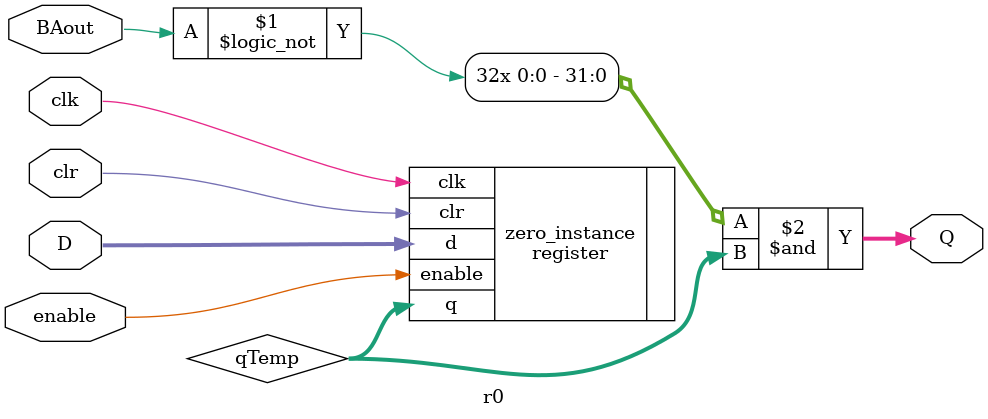
<source format=v>
`timescale 1ns/10ps

module r0 (
    input wire [31:0] D,
    input wire clk,
    input wire clr,
    input wire enable,
    input wire BAout,
    output wire [31:0] Q
);

    wire [31:0] qTemp;
    
    register zero_instance (
        .d(D),
        .clk(clk),
        .clr(clr),
        .enable(enable),
        .q(qTemp)
    );
		
assign Q = {32{!BAout}} & qTemp;

endmodule

</source>
